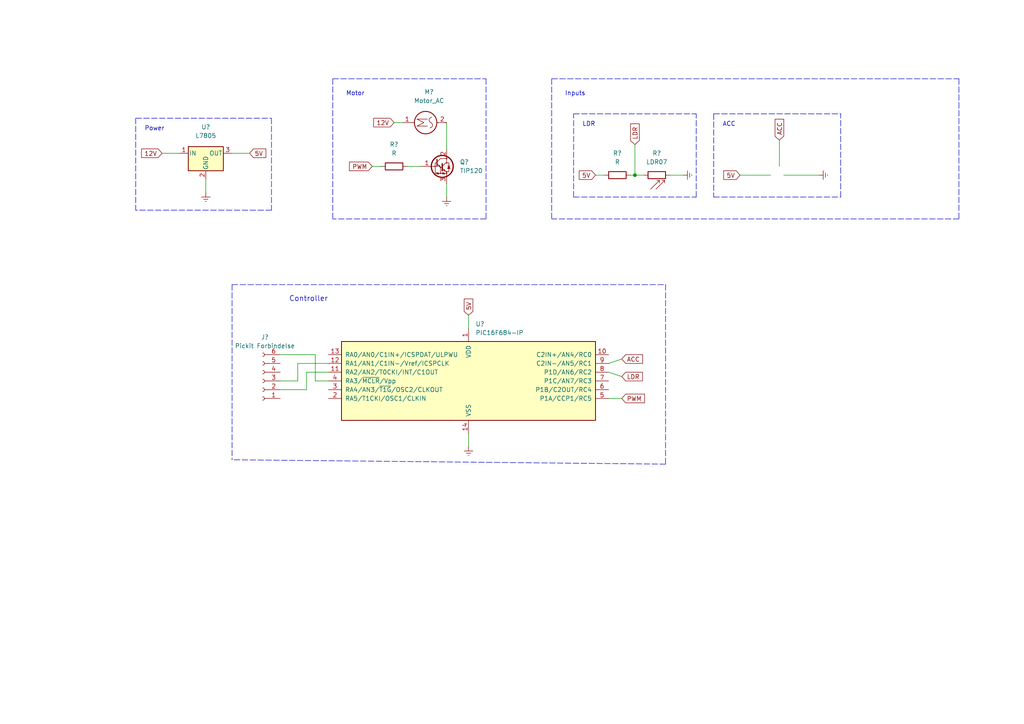
<source format=kicad_sch>
(kicad_sch (version 20211123) (generator eeschema)
  (paper "A4")
  (lib_symbols
    (symbol "Connector:Conn_01x06_Female" (pin_names (offset 1.016) hide)
      (property "Reference" "J" (at 0 7.62 0))
      (property "Value" "Conn_01x06_Female" (at 0 -10.16 0))
      (symbol "Conn_01x06_Female_1_1"
        (arc (start 0 -7.112) (mid -0.508 -7.62) (end 0 -8.128) (stroke (width 0.1524)))
        (arc (start 0 -4.572) (mid -0.508 -5.08) (end 0 -5.588) (stroke (width 0.1524)))
        (arc (start 0 -2.032) (mid -0.508 -2.54) (end 0 -3.048) (stroke (width 0.1524)))
        (polyline (pts (xy -1.27 -7.62) (xy -0.508 -7.62)) (stroke (width 0.1524)))
        (polyline (pts (xy -1.27 -5.08) (xy -0.508 -5.08)) (stroke (width 0.1524)))
        (polyline (pts (xy -1.27 -2.54) (xy -0.508 -2.54)) (stroke (width 0.1524)))
        (polyline (pts (xy -1.27 0) (xy -0.508 0)) (stroke (width 0.1524)))
        (polyline (pts (xy -1.27 2.54) (xy -0.508 2.54)) (stroke (width 0.1524)))
        (polyline (pts (xy -1.27 5.08) (xy -0.508 5.08)) (stroke (width 0.1524)))
        (arc (start 0 0.508) (mid -0.508 0) (end 0 -0.508) (stroke (width 0.1524)))
        (arc (start 0 3.048) (mid -0.508 2.54) (end 0 2.032) (stroke (width 0.1524)))
        (arc (start 0 5.588) (mid -0.508 5.08) (end 0 4.572) (stroke (width 0.1524)))
        (pin passive line (at -5.08 5.08 0) (length 3.81) (name "Pin_1") (number "1"))
        (pin passive line (at -5.08 2.54 0) (length 3.81) (name "Pin_2") (number "2"))
        (pin passive line (at -5.08 0 0) (length 3.81) (name "Pin_3") (number "3"))
        (pin passive line (at -5.08 -2.54 0) (length 3.81) (name "Pin_4") (number "4"))
        (pin passive line (at -5.08 -5.08 0) (length 3.81) (name "Pin_5") (number "5"))
        (pin passive line (at -5.08 -7.62 0) (length 3.81) (name "Pin_6") (number "6"))
      )
    )
    (symbol "Device:R" (pin_numbers hide) (pin_names (offset 0))
      (property "Reference" "R" (at 2.032 0 90))
      (property "Value" "R" (at 0 0 90))
      (symbol "R_0_1"
        (rectangle (start -1.016 -2.54) (end 1.016 2.54) (stroke (width 0.254)))
      )
      (symbol "R_1_1"
        (pin passive line (at 0 3.81 270) (length 1.27) (name "~") (number "1"))
        (pin passive line (at 0 -3.81 90) (length 1.27) (name "~") (number "2"))
      )
    )
    (symbol "MCU_Microchip_PIC16:PIC16F684-IP" (pin_names (offset 1.016))
      (property "Reference" "U" (at -35.56 15.24 0))
      (property "Value" "PIC16F684-IP" (at -35.56 12.7 0))
      (symbol "PIC16F684-IP_0_1"
        (rectangle (start -36.83 11.43) (end 36.83 -11.43) (stroke (width 0.254)) (fill (type background)))
      )
      (symbol "PIC16F684-IP_1_1"
        (pin power_in line (at 0 15.24 270) (length 3.81) (name "VDD") (number "1"))
        (pin bidirectional line (at 40.64 7.62 180) (length 3.81) (name "C2IN+/AN4/RC0") (number "10"))
        (pin bidirectional line (at -40.64 2.54 0) (length 3.81) (name "RA2/AN2/T0CKI/INT/C1OUT") (number "11"))
        (pin bidirectional line (at -40.64 5.08 0) (length 3.81) (name "RA1/AN1/C1IN-/Vref/ICSPCLK") (number "12"))
        (pin bidirectional line (at -40.64 7.62 0) (length 3.81) (name "RA0/AN0/C1IN+/ICSPDAT/ULPWU") (number "13"))
        (pin power_in line (at 0 -15.24 90) (length 3.81) (name "VSS") (number "14"))
        (pin bidirectional line (at -40.64 -5.08 0) (length 3.81) (name "RA5/T1CKI/OSC1/CLKIN") (number "2"))
        (pin bidirectional line (at -40.64 -2.54 0) (length 3.81) (name "RA4/AN3/~{T1G}/OSC2/CLKOUT") (number "3"))
        (pin input line (at -40.64 0 0) (length 3.81) (name "RA3/~{MCLR}/Vpp") (number "4"))
        (pin bidirectional line (at 40.64 -5.08 180) (length 3.81) (name "P1A/CCP1/RC5") (number "5"))
        (pin bidirectional line (at 40.64 -2.54 180) (length 3.81) (name "P1B/C2OUT/RC4") (number "6"))
        (pin bidirectional line (at 40.64 0 180) (length 3.81) (name "P1C/AN7/RC3") (number "7"))
        (pin bidirectional line (at 40.64 2.54 180) (length 3.81) (name "P1D/AN6/RC2") (number "8"))
        (pin bidirectional line (at 40.64 5.08 180) (length 3.81) (name "C2IN-/AN5/RC1") (number "9"))
      )
    )
    (symbol "Motor:Motor_AC" (pin_names (offset 0))
      (property "Reference" "M" (at 2.54 2.54 0))
      (property "Value" "Motor_AC" (at 2.54 -5.08 0))
      (symbol "Motor_AC_0_0"
        (arc (start -1.524 -2.794) (mid -0.8654 -3.5217) (end 0 -3.048))
        (polyline (pts (xy -1.016 -2.032) (xy -1.016 1.016) (xy 0 -1.016) (xy 1.016 1.016) (xy 1.016 -2.032)))
        (arc (start 1.524 -3.302) (mid 0.85 -2.5503) (end 0 -3.048))
      )
      (symbol "Motor_AC_0_1"
        (circle (center 0 -1.524) (radius 3.2512) (stroke (width 0.254)))
        (polyline (pts (xy 0 -7.62) (xy 0 -7.112)))
        (polyline (pts (xy 0 -4.7752) (xy 0 -5.1816)))
        (polyline (pts (xy 0 1.7272) (xy 0 2.0828)))
        (polyline (pts (xy 0 2.032) (xy 0 2.54)))
      )
      (symbol "Motor_AC_1_1"
        (pin passive line (at 0 5.08 270) (length 2.54) (name "~") (number "1"))
        (pin passive line (at 0 -7.62 90) (length 2.54) (name "~") (number "2"))
      )
    )
    (symbol "Regulator_Linear:L7805" (pin_names (offset 0.254))
      (property "Reference" "U" (at -3.81 3.175 0))
      (property "Value" "L7805" (at 0 3.175 0))
      (symbol "L7805_0_1"
        (rectangle (start -5.08 1.905) (end 5.08 -5.08) (stroke (width 0.254)) (fill (type background)))
      )
      (symbol "L7805_1_1"
        (pin power_in line (at -7.62 0 0) (length 2.54) (name "IN") (number "1"))
        (pin power_in line (at 0 -7.62 90) (length 2.54) (name "GND") (number "2"))
        (pin power_out line (at 7.62 0 180) (length 2.54) (name "OUT") (number "3"))
      )
    )
    (symbol "Sensor_Optical:LDR07" (pin_numbers hide) (pin_names (offset 0))
      (property "Reference" "R" (at -5.08 0 90))
      (property "Value" "LDR07" (at 1.905 0 90))
      (symbol "LDR07_0_1"
        (rectangle (start -1.016 2.54) (end 1.016 -2.54) (stroke (width 0.254)))
        (polyline (pts (xy -1.524 -2.286) (xy -4.064 0.254)))
        (polyline (pts (xy -1.524 -2.286) (xy -2.286 -2.286)))
        (polyline (pts (xy -1.524 -2.286) (xy -1.524 -1.524)))
        (polyline (pts (xy -1.524 -0.762) (xy -4.064 1.778)))
        (polyline (pts (xy -1.524 -0.762) (xy -2.286 -0.762)))
        (polyline (pts (xy -1.524 -0.762) (xy -1.524 0)))
      )
      (symbol "LDR07_1_1"
        (pin passive line (at 0 3.81 270) (length 1.27) (name "~") (number "1"))
        (pin passive line (at 0 -3.81 90) (length 1.27) (name "~") (number "2"))
      )
    )
    (symbol "Transistor_BJT:TIP120" (pin_names (offset 0) hide)
      (property "Reference" "Q" (at 5.08 1.905 0))
      (property "Value" "TIP120" (at 5.08 0 0))
      (symbol "TIP120_0_1"
        (circle (center -0.762 0) (radius 0.127))
        (polyline (pts (xy -1.27 0) (xy -0.889 0)))
        (polyline (pts (xy 2.54 -2.032) (xy 2.54 -2.54)))
        (polyline (pts (xy 2.54 -1.524) (xy 3.175 -1.524)))
        (polyline (pts (xy 2.794 0.127) (xy 3.556 0.127)))
        (polyline (pts (xy 3.175 -0.635) (xy 3.175 -1.524)))
        (polyline (pts (xy 3.175 1.016) (xy 2.54 1.016)))
        (polyline (pts (xy 3.175 1.016) (xy 3.175 0.127)))
        (polyline (pts (xy -0.254 0.762) (xy 0.762 -0.254) (xy 1.27 -0.254)))
        (polyline (pts (xy -0.254 1.016) (xy -0.762 1.016) (xy -0.762 -2.032)))
        (polyline (pts (xy -0.254 1.27) (xy 0.762 2.286) (xy 2.54 2.286)))
        (polyline (pts (xy -0.254 2.032) (xy -0.254 0) (xy -0.254 0)) (stroke (width 0.3048)))
        (polyline (pts (xy 1.27 0.762) (xy 1.27 -1.27) (xy 1.27 -1.27)) (stroke (width 0.381)))
        (polyline (pts (xy 0.635 -0.127) (xy 0.381 0.381) (xy 0.127 0.127) (xy 0.635 -0.127)))
        (polyline (pts (xy 1.27 -0.508) (xy 2.286 -1.524) (xy 2.54 -1.524) (xy 2.54 -2.032)))
        (polyline (pts (xy 1.27 0) (xy 2.286 1.016) (xy 2.54 1.016) (xy 2.54 2.286)))
        (polyline (pts (xy 2.159 -1.397) (xy 1.905 -0.889) (xy 1.651 -1.143) (xy 2.159 -1.397)))
        (polyline (pts (xy 3.175 0.127) (xy 2.794 -0.635) (xy 3.556 -0.635) (xy 3.175 0.127)) (fill (type outline)))
        (polyline (pts (xy 0.762 -2.032) (xy 0.381 -2.032) (xy 0.254 -2.286) (xy 0.127 -1.778) (xy 0 -2.286) (xy -0.127 -1.778) (xy -0.254 -2.286) (xy -0.381 -1.778) (xy -0.508 -2.032) (xy -0.762 -2.032)))
        (polyline (pts (xy 0.762 -0.254) (xy 0.762 -2.032) (xy 1.143 -2.032) (xy 1.27 -1.778) (xy 1.397 -2.286) (xy 1.524 -1.778) (xy 1.651 -2.286) (xy 1.778 -1.778) (xy 1.905 -2.286) (xy 2.032 -2.032) (xy 2.54 -2.032)))
        (circle (center 0.762 -2.032) (radius 0.127))
        (circle (center 0.762 -0.254) (radius 0.127))
        (circle (center 1.27 0) (radius 3.175) (stroke (width 0.3556)))
        (circle (center 2.54 -2.032) (radius 0.127))
        (circle (center 2.54 -1.524) (radius 0.127))
        (circle (center 2.54 1.016) (radius 0.127))
        (circle (center 2.54 2.286) (radius 0.127))
      )
      (symbol "TIP120_1_1"
        (pin input line (at -5.08 0 0) (length 3.81) (name "B") (number "1"))
        (pin passive line (at 2.54 5.08 270) (length 2.667) (name "C") (number "2"))
        (pin passive line (at 2.54 -5.08 90) (length 2.54) (name "E") (number "3"))
      )
    )
    (symbol "power:Earth" (power) (pin_names (offset 0))
      (symbol "Earth_0_1"
        (polyline (pts (xy -0.635 -1.905) (xy 0.635 -1.905)))
        (polyline (pts (xy -0.127 -2.54) (xy 0.127 -2.54)))
        (polyline (pts (xy 0 -1.27) (xy 0 0)))
        (polyline (pts (xy 1.27 -1.27) (xy -1.27 -1.27)))
      )
      (symbol "Earth_1_1"
        (pin power_in line (at 0 0 270) (length 0) hide (name "Earth") (number "1"))
      )
    )
  )
  (junction (at 184.15 50.8))
  (polyline (pts (xy 207.01 33.02) (xy 207.01 57.15)))
  (wire (pts (xy 176.53 107.95) (xy 180.34 109.22)))
  (polyline (pts (xy 160.02 22.86) (xy 278.13 22.86)))
  (polyline (pts (xy 140.97 63.5) (xy 96.52 63.5)))
  (wire (pts (xy 86.36 105.41) (xy 86.36 110.49)))
  (wire (pts (xy 118.11 48.26) (xy 121.92 48.26)))
  (polyline (pts (xy 278.13 63.5) (xy 160.02 63.5)))
  (polyline (pts (xy 78.74 60.96) (xy 39.37 60.96)))
  (wire (pts (xy 214.63 50.8) (xy 223.52 50.8)))
  (polyline (pts (xy 166.37 57.15) (xy 201.93 57.15)))
  (wire (pts (xy 172.72 50.8) (xy 175.26 50.8)))
  (wire (pts (xy 91.44 110.49) (xy 95.25 110.49)))
  (wire (pts (xy 88.9 107.95) (xy 95.25 107.95)))
  (polyline (pts (xy 39.37 34.29) (xy 78.74 34.29)))
  (wire (pts (xy 86.36 110.49) (xy 81.28 110.49)))
  (wire (pts (xy 135.89 91.44) (xy 135.89 95.25)))
  (polyline (pts (xy 166.37 57.15) (xy 166.37 33.02)))
  (polyline (pts (xy 166.37 33.02) (xy 201.93 33.02)))
  (polyline (pts (xy 140.97 22.86) (xy 140.97 63.5)))
  (wire (pts (xy 129.54 53.34) (xy 129.54 57.15)))
  (wire (pts (xy 91.44 102.87) (xy 91.44 110.49)))
  (polyline (pts (xy 96.52 22.86) (xy 96.52 63.5)))
  (wire (pts (xy 114.3 35.56) (xy 116.84 35.56)))
  (wire (pts (xy 46.99 44.45) (xy 52.07 44.45)))
  (wire (pts (xy 81.28 102.87) (xy 91.44 102.87)))
  (wire (pts (xy 88.9 113.03) (xy 88.9 107.95)))
  (wire (pts (xy 176.53 115.57) (xy 180.34 115.57)))
  (wire (pts (xy 81.28 113.03) (xy 88.9 113.03)))
  (polyline (pts (xy 39.37 34.29) (xy 39.37 60.96)))
  (polyline (pts (xy 207.01 57.15) (xy 243.84 57.15)))
  (polyline (pts (xy 278.13 22.86) (xy 278.13 63.5)))
  (polyline (pts (xy 78.74 34.29) (xy 78.74 60.96)))
  (polyline (pts (xy 243.84 57.15) (xy 243.84 33.02)))
  (wire (pts (xy 86.36 105.41) (xy 95.25 105.41)))
  (polyline (pts (xy 67.31 82.55) (xy 67.31 133.35)))
  (wire (pts (xy 59.69 52.07) (xy 59.69 55.88)))
  (polyline (pts (xy 193.04 134.62) (xy 67.31 133.35)))
  (wire (pts (xy 107.95 48.26) (xy 110.49 48.26)))
  (wire (pts (xy 184.15 50.8) (xy 186.69 50.8)))
  (polyline (pts (xy 96.52 22.86) (xy 140.97 22.86)))
  (wire (pts (xy 135.89 125.73) (xy 135.89 129.54)))
  (polyline (pts (xy 193.04 82.55) (xy 193.04 134.62)))
  (wire (pts (xy 129.54 35.56) (xy 129.54 43.18)))
  (wire (pts (xy 226.06 40.64) (xy 226.06 48.26)))
  (wire (pts (xy 67.31 44.45) (xy 72.39 44.45)))
  (polyline (pts (xy 201.93 57.15) (xy 201.93 33.02)))
  (wire (pts (xy 182.88 50.8) (xy 184.15 50.8)))
  (polyline (pts (xy 160.02 22.86) (xy 160.02 63.5)))
  (polyline (pts (xy 67.31 82.55) (xy 193.04 82.55)))
  (polyline (pts (xy 207.01 33.02) (xy 243.84 33.02)))
  (wire (pts (xy 227.33 50.8) (xy 237.49 50.8)))
  (wire (pts (xy 184.15 41.91) (xy 184.15 50.8)))
  (wire (pts (xy 176.53 105.41) (xy 180.34 104.14)))
  (wire (pts (xy 194.31 50.8) (xy 198.12 50.8)))
  (text "LDR\n" (at 168.91 36.83 0) (effects (font (size 1.27 1.27)) (justify left bottom)))
  (text "Power\n" (at 41.91 38.1 0) (effects (font (size 1.27 1.27)) (justify left bottom)))
  (text "Motor\n" (at 100.33 27.94 0) (effects (font (size 1.27 1.27)) (justify left bottom)))
  (text "Inputs\n" (at 163.83 27.94 0) (effects (font (size 1.27 1.27)) (justify left bottom)))
  (text "ACC" (at 209.55 36.83 0) (effects (font (size 1.27 1.27)) (justify left bottom)))
  (text "Controller\n" (at 83.82 87.63 0) (effects (font (size 1.5 1.5)) (justify left bottom)))
  (global_label "ACC" (shape input) (at 226.06 40.64 90) (property "Intersheet References" "${INTERSHEET_REFS}" (effects hide)))
  (global_label "LDR" (shape input) (at 184.15 41.91 90) (property "Intersheet References" "${INTERSHEET_REFS}" (effects hide)))
  (global_label "12V" (shape input) (at 114.3 35.56 180) (property "Intersheet References" "${INTERSHEET_REFS}" (effects hide)))
  (global_label "LDR" (shape input) (at 180.34 109.22 0) (property "Intersheet References" "${INTERSHEET_REFS}" (effects hide)))
  (global_label "5V" (shape input) (at 214.63 50.8 180) (property "Intersheet References" "${INTERSHEET_REFS}" (effects hide)))
  (global_label "ACC" (shape input) (at 180.34 104.14 0) (property "Intersheet References" "${INTERSHEET_REFS}" (effects hide)))
  (global_label "PWM" (shape input) (at 107.95 48.26 180) (property "Intersheet References" "${INTERSHEET_REFS}" (effects hide)))
  (global_label "5V" (shape input) (at 172.72 50.8 180) (property "Intersheet References" "${INTERSHEET_REFS}" (effects hide)))
  (global_label "PWM" (shape input) (at 180.34 115.57 0) (property "Intersheet References" "${INTERSHEET_REFS}" (effects hide)))
  (global_label "12V" (shape input) (at 46.99 44.45 180) (property "Intersheet References" "${INTERSHEET_REFS}" (effects hide)))
  (global_label "5V" (shape input) (at 135.89 91.44 90) (property "Intersheet References" "${INTERSHEET_REFS}" (effects hide)))
  (global_label "5V" (shape input) (at 72.39 44.45 0) (property "Intersheet References" "${INTERSHEET_REFS}" (effects hide)))
  (symbol (lib_id "Connector:Conn_01x06_Female") (at 76.2 110.49 180) (unit 1)
    (property "Reference" "J?" (at 76.835 97.79 0))
    (property "Value" "Pickit Forbindelse" (at 76.835 100.33 0))
  )
  (symbol (lib_id "power:Earth") (at 237.49 50.8 90) (unit 1)
    (property "Reference" "#PWR?" (effects hide))
    (property "Value" "Earth" (effects hide))
  )
  (symbol (lib_id "MCU_Microchip_PIC16:PIC16F684-IP") (at 135.89 110.49 0) (unit 1)
    (property "Reference" "U?" (at 137.9094 93.98 0) (effects (justify left)))
    (property "Value" "PIC16F684-IP" (at 137.9094 96.52 0) (effects (justify left)))
    (property "Datasheet" "http://ww1.microchip.com/downloads/en/DeviceDoc/41202F-print.pdf" (effects hide))
  )
  (symbol (lib_id "Sensor_Optical:LDR07") (at 190.5 50.8 90) (unit 1)
    (property "Reference" "R?" (at 190.5 44.45 90))
    (property "Value" "LDR07" (at 190.5 46.99 90))
    (property "Footprint" "OptoDevice:R_LDR_5.1x4.3mm_P3.4mm_Vertical" (effects hide))
    (property "Datasheet" "http://www.tme.eu/de/Document/f2e3ad76a925811312d226c31da4cd7e/LDR07.pdf" (effects hide))
  )
  (symbol (lib_id "Device:R") (at 114.3 48.26 90) (unit 1)
    (property "Reference" "R?" (at 114.3 41.91 90))
    (property "Value" "R" (at 114.3 44.45 90))
  )
  (symbol (lib_id "Transistor_BJT:TIP120") (at 127 48.26 0) (unit 1)
    (property "Reference" "Q?" (at 133.35 46.9899 0) (effects (justify left)))
    (property "Value" "TIP120" (at 133.35 49.5299 0) (effects (justify left)))
    (property "Footprint" "Package_TO_SOT_THT:TO-220-3_Vertical" (effects hide))
    (property "Datasheet" "https://www.onsemi.com/pub/Collateral/TIP120-D.PDF" (effects hide))
  )
  (symbol (lib_id "power:Earth") (at 198.12 50.8 90) (unit 1)
    (property "Reference" "#PWR?" (effects hide))
    (property "Value" "Earth" (effects hide))
  )
  (symbol (lib_id "power:Earth") (at 135.89 129.54 0) (unit 1)
    (property "Reference" "#PWR?" (effects hide))
    (property "Value" "Earth" (effects hide))
  )
  (symbol (lib_id "power:Earth") (at 129.54 57.15 0) (unit 1)
    (property "Reference" "#PWR?" (effects hide))
    (property "Value" "Earth" (effects hide))
  )
  (symbol (lib_id "Regulator_Linear:L7805") (at 59.69 44.45 0) (unit 1)
    (property "Reference" "U?" (at 59.69 36.83 0))
    (property "Value" "L7805" (at 59.69 39.37 0))
    (property "Datasheet" "http://www.st.com/content/ccc/resource/technical/document/datasheet/41/4f/b3/b0/12/d4/47/88/CD00000444.pdf/files/CD00000444.pdf/jcr:content/translations/en.CD00000444.pdf" (effects hide))
  )
  (symbol (lib_id "power:Earth") (at 59.69 55.88 0) (unit 1)
    (property "Reference" "#PWR?" (effects hide))
    (property "Value" "Earth" (effects hide))
  )
  (symbol (lib_id "Device:R") (at 179.07 50.8 90) (unit 1)
    (property "Reference" "R?" (at 179.07 44.45 90))
    (property "Value" "R" (at 179.07 46.99 90))
  )
  (symbol (lib_id "Motor:Motor_AC") (at 121.92 35.56 90) (unit 1)
    (property "Reference" "M?" (at 124.46 26.67 90))
    (property "Value" "Motor_AC" (at 124.46 29.21 90))
  )
)
</source>
